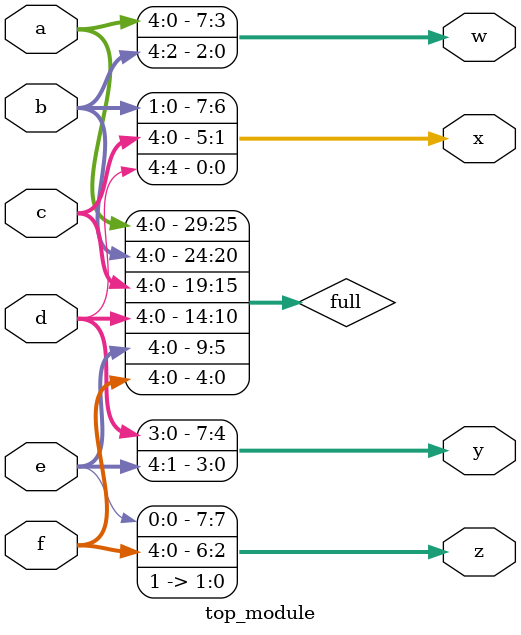
<source format=v>
module top_module (
    input [4:0] a, b, c, d, e, f,
    output [7:0] w, x, y, z );
    wire[29:0] full;
    assign full = {a,b,c,d,e,f};
    assign w = full[29:22];
    assign x = full[21:14];
    assign y = full[13:6];
    assign z = {full[6:0],1'b1,1'b1};

endmodule

</source>
